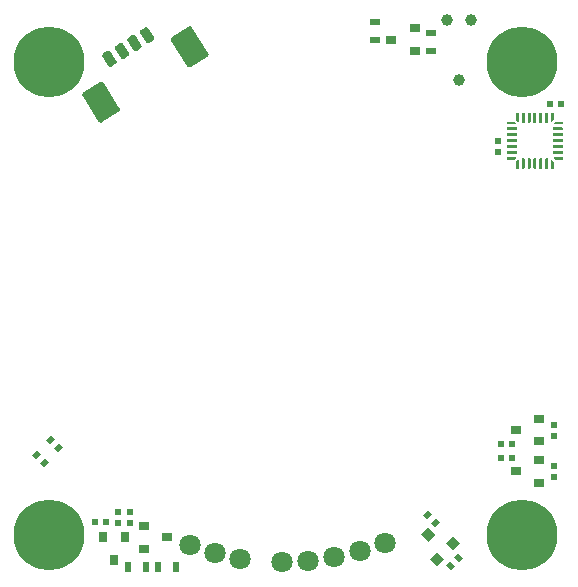
<source format=gbs>
G04 #@! TF.GenerationSoftware,KiCad,Pcbnew,5.1.5+dfsg1-2build2*
G04 #@! TF.CreationDate,2021-05-18T14:50:11+02:00*
G04 #@! TF.ProjectId,lensmount-v1.0,6c656e73-6d6f-4756-9e74-2d76312e302e,rev?*
G04 #@! TF.SameCoordinates,Original*
G04 #@! TF.FileFunction,Soldermask,Bot*
G04 #@! TF.FilePolarity,Negative*
%FSLAX46Y46*%
G04 Gerber Fmt 4.6, Leading zero omitted, Abs format (unit mm)*
G04 Created by KiCad (PCBNEW 5.1.5+dfsg1-2build2) date 2021-05-18 14:50:11*
%MOMM*%
%LPD*%
G04 APERTURE LIST*
%ADD10C,0.100000*%
%ADD11C,0.800000*%
%ADD12C,6.000000*%
%ADD13R,0.500000X0.600000*%
%ADD14R,0.600000X0.500000*%
%ADD15R,0.800000X0.900000*%
%ADD16R,0.900000X0.800000*%
%ADD17C,0.985520*%
%ADD18C,0.988060*%
%ADD19R,0.600000X0.900000*%
%ADD20R,0.900000X0.600000*%
%ADD21C,1.800000*%
G04 APERTURE END LIST*
D10*
G36*
X122536221Y-85004135D02*
G01*
X122527779Y-85001575D01*
X122519999Y-84997416D01*
X122513180Y-84991820D01*
X122507584Y-84985001D01*
X122503425Y-84977221D01*
X122500865Y-84968779D01*
X122500000Y-84960000D01*
X122500000Y-84295000D01*
X122500865Y-84286221D01*
X122503425Y-84277779D01*
X122507584Y-84269999D01*
X122513180Y-84263180D01*
X122519999Y-84257584D01*
X122527779Y-84253425D01*
X122536221Y-84250865D01*
X122545000Y-84250000D01*
X122705000Y-84250000D01*
X122713779Y-84250865D01*
X122722221Y-84253425D01*
X122730001Y-84257584D01*
X122736820Y-84263180D01*
X122742416Y-84269999D01*
X122746575Y-84277779D01*
X122749135Y-84286221D01*
X122750000Y-84295000D01*
X122750000Y-84826360D01*
X122749135Y-84835139D01*
X122746575Y-84843581D01*
X122742416Y-84851361D01*
X122736820Y-84858180D01*
X122603180Y-84991820D01*
X122596361Y-84997416D01*
X122588581Y-85001575D01*
X122580139Y-85004135D01*
X122571360Y-85005000D01*
X122545000Y-85005000D01*
X122536221Y-85004135D01*
G37*
G36*
X122193626Y-84250301D02*
G01*
X122199693Y-84251201D01*
X122205643Y-84252691D01*
X122211418Y-84254758D01*
X122216962Y-84257380D01*
X122222223Y-84260533D01*
X122227150Y-84264187D01*
X122231694Y-84268306D01*
X122235813Y-84272850D01*
X122239467Y-84277777D01*
X122242620Y-84283038D01*
X122245242Y-84288582D01*
X122247309Y-84294357D01*
X122248799Y-84300307D01*
X122249699Y-84306374D01*
X122250000Y-84312500D01*
X122250000Y-85062500D01*
X122249699Y-85068626D01*
X122248799Y-85074693D01*
X122247309Y-85080643D01*
X122245242Y-85086418D01*
X122242620Y-85091962D01*
X122239467Y-85097223D01*
X122235813Y-85102150D01*
X122231694Y-85106694D01*
X122227150Y-85110813D01*
X122222223Y-85114467D01*
X122216962Y-85117620D01*
X122211418Y-85120242D01*
X122205643Y-85122309D01*
X122199693Y-85123799D01*
X122193626Y-85124699D01*
X122187500Y-85125000D01*
X122062500Y-85125000D01*
X122056374Y-85124699D01*
X122050307Y-85123799D01*
X122044357Y-85122309D01*
X122038582Y-85120242D01*
X122033038Y-85117620D01*
X122027777Y-85114467D01*
X122022850Y-85110813D01*
X122018306Y-85106694D01*
X122014187Y-85102150D01*
X122010533Y-85097223D01*
X122007380Y-85091962D01*
X122004758Y-85086418D01*
X122002691Y-85080643D01*
X122001201Y-85074693D01*
X122000301Y-85068626D01*
X122000000Y-85062500D01*
X122000000Y-84312500D01*
X122000301Y-84306374D01*
X122001201Y-84300307D01*
X122002691Y-84294357D01*
X122004758Y-84288582D01*
X122007380Y-84283038D01*
X122010533Y-84277777D01*
X122014187Y-84272850D01*
X122018306Y-84268306D01*
X122022850Y-84264187D01*
X122027777Y-84260533D01*
X122033038Y-84257380D01*
X122038582Y-84254758D01*
X122044357Y-84252691D01*
X122050307Y-84251201D01*
X122056374Y-84250301D01*
X122062500Y-84250000D01*
X122187500Y-84250000D01*
X122193626Y-84250301D01*
G37*
G36*
X121693626Y-84250301D02*
G01*
X121699693Y-84251201D01*
X121705643Y-84252691D01*
X121711418Y-84254758D01*
X121716962Y-84257380D01*
X121722223Y-84260533D01*
X121727150Y-84264187D01*
X121731694Y-84268306D01*
X121735813Y-84272850D01*
X121739467Y-84277777D01*
X121742620Y-84283038D01*
X121745242Y-84288582D01*
X121747309Y-84294357D01*
X121748799Y-84300307D01*
X121749699Y-84306374D01*
X121750000Y-84312500D01*
X121750000Y-85062500D01*
X121749699Y-85068626D01*
X121748799Y-85074693D01*
X121747309Y-85080643D01*
X121745242Y-85086418D01*
X121742620Y-85091962D01*
X121739467Y-85097223D01*
X121735813Y-85102150D01*
X121731694Y-85106694D01*
X121727150Y-85110813D01*
X121722223Y-85114467D01*
X121716962Y-85117620D01*
X121711418Y-85120242D01*
X121705643Y-85122309D01*
X121699693Y-85123799D01*
X121693626Y-85124699D01*
X121687500Y-85125000D01*
X121562500Y-85125000D01*
X121556374Y-85124699D01*
X121550307Y-85123799D01*
X121544357Y-85122309D01*
X121538582Y-85120242D01*
X121533038Y-85117620D01*
X121527777Y-85114467D01*
X121522850Y-85110813D01*
X121518306Y-85106694D01*
X121514187Y-85102150D01*
X121510533Y-85097223D01*
X121507380Y-85091962D01*
X121504758Y-85086418D01*
X121502691Y-85080643D01*
X121501201Y-85074693D01*
X121500301Y-85068626D01*
X121500000Y-85062500D01*
X121500000Y-84312500D01*
X121500301Y-84306374D01*
X121501201Y-84300307D01*
X121502691Y-84294357D01*
X121504758Y-84288582D01*
X121507380Y-84283038D01*
X121510533Y-84277777D01*
X121514187Y-84272850D01*
X121518306Y-84268306D01*
X121522850Y-84264187D01*
X121527777Y-84260533D01*
X121533038Y-84257380D01*
X121538582Y-84254758D01*
X121544357Y-84252691D01*
X121550307Y-84251201D01*
X121556374Y-84250301D01*
X121562500Y-84250000D01*
X121687500Y-84250000D01*
X121693626Y-84250301D01*
G37*
G36*
X121193626Y-84250301D02*
G01*
X121199693Y-84251201D01*
X121205643Y-84252691D01*
X121211418Y-84254758D01*
X121216962Y-84257380D01*
X121222223Y-84260533D01*
X121227150Y-84264187D01*
X121231694Y-84268306D01*
X121235813Y-84272850D01*
X121239467Y-84277777D01*
X121242620Y-84283038D01*
X121245242Y-84288582D01*
X121247309Y-84294357D01*
X121248799Y-84300307D01*
X121249699Y-84306374D01*
X121250000Y-84312500D01*
X121250000Y-85062500D01*
X121249699Y-85068626D01*
X121248799Y-85074693D01*
X121247309Y-85080643D01*
X121245242Y-85086418D01*
X121242620Y-85091962D01*
X121239467Y-85097223D01*
X121235813Y-85102150D01*
X121231694Y-85106694D01*
X121227150Y-85110813D01*
X121222223Y-85114467D01*
X121216962Y-85117620D01*
X121211418Y-85120242D01*
X121205643Y-85122309D01*
X121199693Y-85123799D01*
X121193626Y-85124699D01*
X121187500Y-85125000D01*
X121062500Y-85125000D01*
X121056374Y-85124699D01*
X121050307Y-85123799D01*
X121044357Y-85122309D01*
X121038582Y-85120242D01*
X121033038Y-85117620D01*
X121027777Y-85114467D01*
X121022850Y-85110813D01*
X121018306Y-85106694D01*
X121014187Y-85102150D01*
X121010533Y-85097223D01*
X121007380Y-85091962D01*
X121004758Y-85086418D01*
X121002691Y-85080643D01*
X121001201Y-85074693D01*
X121000301Y-85068626D01*
X121000000Y-85062500D01*
X121000000Y-84312500D01*
X121000301Y-84306374D01*
X121001201Y-84300307D01*
X121002691Y-84294357D01*
X121004758Y-84288582D01*
X121007380Y-84283038D01*
X121010533Y-84277777D01*
X121014187Y-84272850D01*
X121018306Y-84268306D01*
X121022850Y-84264187D01*
X121027777Y-84260533D01*
X121033038Y-84257380D01*
X121038582Y-84254758D01*
X121044357Y-84252691D01*
X121050307Y-84251201D01*
X121056374Y-84250301D01*
X121062500Y-84250000D01*
X121187500Y-84250000D01*
X121193626Y-84250301D01*
G37*
G36*
X120693626Y-84250301D02*
G01*
X120699693Y-84251201D01*
X120705643Y-84252691D01*
X120711418Y-84254758D01*
X120716962Y-84257380D01*
X120722223Y-84260533D01*
X120727150Y-84264187D01*
X120731694Y-84268306D01*
X120735813Y-84272850D01*
X120739467Y-84277777D01*
X120742620Y-84283038D01*
X120745242Y-84288582D01*
X120747309Y-84294357D01*
X120748799Y-84300307D01*
X120749699Y-84306374D01*
X120750000Y-84312500D01*
X120750000Y-85062500D01*
X120749699Y-85068626D01*
X120748799Y-85074693D01*
X120747309Y-85080643D01*
X120745242Y-85086418D01*
X120742620Y-85091962D01*
X120739467Y-85097223D01*
X120735813Y-85102150D01*
X120731694Y-85106694D01*
X120727150Y-85110813D01*
X120722223Y-85114467D01*
X120716962Y-85117620D01*
X120711418Y-85120242D01*
X120705643Y-85122309D01*
X120699693Y-85123799D01*
X120693626Y-85124699D01*
X120687500Y-85125000D01*
X120562500Y-85125000D01*
X120556374Y-85124699D01*
X120550307Y-85123799D01*
X120544357Y-85122309D01*
X120538582Y-85120242D01*
X120533038Y-85117620D01*
X120527777Y-85114467D01*
X120522850Y-85110813D01*
X120518306Y-85106694D01*
X120514187Y-85102150D01*
X120510533Y-85097223D01*
X120507380Y-85091962D01*
X120504758Y-85086418D01*
X120502691Y-85080643D01*
X120501201Y-85074693D01*
X120500301Y-85068626D01*
X120500000Y-85062500D01*
X120500000Y-84312500D01*
X120500301Y-84306374D01*
X120501201Y-84300307D01*
X120502691Y-84294357D01*
X120504758Y-84288582D01*
X120507380Y-84283038D01*
X120510533Y-84277777D01*
X120514187Y-84272850D01*
X120518306Y-84268306D01*
X120522850Y-84264187D01*
X120527777Y-84260533D01*
X120533038Y-84257380D01*
X120538582Y-84254758D01*
X120544357Y-84252691D01*
X120550307Y-84251201D01*
X120556374Y-84250301D01*
X120562500Y-84250000D01*
X120687500Y-84250000D01*
X120693626Y-84250301D01*
G37*
G36*
X120193626Y-84250301D02*
G01*
X120199693Y-84251201D01*
X120205643Y-84252691D01*
X120211418Y-84254758D01*
X120216962Y-84257380D01*
X120222223Y-84260533D01*
X120227150Y-84264187D01*
X120231694Y-84268306D01*
X120235813Y-84272850D01*
X120239467Y-84277777D01*
X120242620Y-84283038D01*
X120245242Y-84288582D01*
X120247309Y-84294357D01*
X120248799Y-84300307D01*
X120249699Y-84306374D01*
X120250000Y-84312500D01*
X120250000Y-85062500D01*
X120249699Y-85068626D01*
X120248799Y-85074693D01*
X120247309Y-85080643D01*
X120245242Y-85086418D01*
X120242620Y-85091962D01*
X120239467Y-85097223D01*
X120235813Y-85102150D01*
X120231694Y-85106694D01*
X120227150Y-85110813D01*
X120222223Y-85114467D01*
X120216962Y-85117620D01*
X120211418Y-85120242D01*
X120205643Y-85122309D01*
X120199693Y-85123799D01*
X120193626Y-85124699D01*
X120187500Y-85125000D01*
X120062500Y-85125000D01*
X120056374Y-85124699D01*
X120050307Y-85123799D01*
X120044357Y-85122309D01*
X120038582Y-85120242D01*
X120033038Y-85117620D01*
X120027777Y-85114467D01*
X120022850Y-85110813D01*
X120018306Y-85106694D01*
X120014187Y-85102150D01*
X120010533Y-85097223D01*
X120007380Y-85091962D01*
X120004758Y-85086418D01*
X120002691Y-85080643D01*
X120001201Y-85074693D01*
X120000301Y-85068626D01*
X120000000Y-85062500D01*
X120000000Y-84312500D01*
X120000301Y-84306374D01*
X120001201Y-84300307D01*
X120002691Y-84294357D01*
X120004758Y-84288582D01*
X120007380Y-84283038D01*
X120010533Y-84277777D01*
X120014187Y-84272850D01*
X120018306Y-84268306D01*
X120022850Y-84264187D01*
X120027777Y-84260533D01*
X120033038Y-84257380D01*
X120038582Y-84254758D01*
X120044357Y-84252691D01*
X120050307Y-84251201D01*
X120056374Y-84250301D01*
X120062500Y-84250000D01*
X120187500Y-84250000D01*
X120193626Y-84250301D01*
G37*
G36*
X119669861Y-85004135D02*
G01*
X119661419Y-85001575D01*
X119653639Y-84997416D01*
X119646820Y-84991820D01*
X119513180Y-84858180D01*
X119507584Y-84851361D01*
X119503425Y-84843581D01*
X119500865Y-84835139D01*
X119500000Y-84826360D01*
X119500000Y-84295000D01*
X119500865Y-84286221D01*
X119503425Y-84277779D01*
X119507584Y-84269999D01*
X119513180Y-84263180D01*
X119519999Y-84257584D01*
X119527779Y-84253425D01*
X119536221Y-84250865D01*
X119545000Y-84250000D01*
X119705000Y-84250000D01*
X119713779Y-84250865D01*
X119722221Y-84253425D01*
X119730001Y-84257584D01*
X119736820Y-84263180D01*
X119742416Y-84269999D01*
X119746575Y-84277779D01*
X119749135Y-84286221D01*
X119750000Y-84295000D01*
X119750000Y-84960000D01*
X119749135Y-84968779D01*
X119746575Y-84977221D01*
X119742416Y-84985001D01*
X119736820Y-84991820D01*
X119730001Y-84997416D01*
X119722221Y-85001575D01*
X119713779Y-85004135D01*
X119705000Y-85005000D01*
X119678640Y-85005000D01*
X119669861Y-85004135D01*
G37*
G36*
X118786221Y-85249135D02*
G01*
X118777779Y-85246575D01*
X118769999Y-85242416D01*
X118763180Y-85236820D01*
X118757584Y-85230001D01*
X118753425Y-85222221D01*
X118750865Y-85213779D01*
X118750000Y-85205000D01*
X118750000Y-85045000D01*
X118750865Y-85036221D01*
X118753425Y-85027779D01*
X118757584Y-85019999D01*
X118763180Y-85013180D01*
X118769999Y-85007584D01*
X118777779Y-85003425D01*
X118786221Y-85000865D01*
X118795000Y-85000000D01*
X119326360Y-85000000D01*
X119335139Y-85000865D01*
X119343581Y-85003425D01*
X119351361Y-85007584D01*
X119358180Y-85013180D01*
X119491820Y-85146820D01*
X119497416Y-85153639D01*
X119501575Y-85161419D01*
X119504135Y-85169861D01*
X119505000Y-85178640D01*
X119505000Y-85205000D01*
X119504135Y-85213779D01*
X119501575Y-85222221D01*
X119497416Y-85230001D01*
X119491820Y-85236820D01*
X119485001Y-85242416D01*
X119477221Y-85246575D01*
X119468779Y-85249135D01*
X119460000Y-85250000D01*
X118795000Y-85250000D01*
X118786221Y-85249135D01*
G37*
G36*
X119568626Y-85500301D02*
G01*
X119574693Y-85501201D01*
X119580643Y-85502691D01*
X119586418Y-85504758D01*
X119591962Y-85507380D01*
X119597223Y-85510533D01*
X119602150Y-85514187D01*
X119606694Y-85518306D01*
X119610813Y-85522850D01*
X119614467Y-85527777D01*
X119617620Y-85533038D01*
X119620242Y-85538582D01*
X119622309Y-85544357D01*
X119623799Y-85550307D01*
X119624699Y-85556374D01*
X119625000Y-85562500D01*
X119625000Y-85687500D01*
X119624699Y-85693626D01*
X119623799Y-85699693D01*
X119622309Y-85705643D01*
X119620242Y-85711418D01*
X119617620Y-85716962D01*
X119614467Y-85722223D01*
X119610813Y-85727150D01*
X119606694Y-85731694D01*
X119602150Y-85735813D01*
X119597223Y-85739467D01*
X119591962Y-85742620D01*
X119586418Y-85745242D01*
X119580643Y-85747309D01*
X119574693Y-85748799D01*
X119568626Y-85749699D01*
X119562500Y-85750000D01*
X118812500Y-85750000D01*
X118806374Y-85749699D01*
X118800307Y-85748799D01*
X118794357Y-85747309D01*
X118788582Y-85745242D01*
X118783038Y-85742620D01*
X118777777Y-85739467D01*
X118772850Y-85735813D01*
X118768306Y-85731694D01*
X118764187Y-85727150D01*
X118760533Y-85722223D01*
X118757380Y-85716962D01*
X118754758Y-85711418D01*
X118752691Y-85705643D01*
X118751201Y-85699693D01*
X118750301Y-85693626D01*
X118750000Y-85687500D01*
X118750000Y-85562500D01*
X118750301Y-85556374D01*
X118751201Y-85550307D01*
X118752691Y-85544357D01*
X118754758Y-85538582D01*
X118757380Y-85533038D01*
X118760533Y-85527777D01*
X118764187Y-85522850D01*
X118768306Y-85518306D01*
X118772850Y-85514187D01*
X118777777Y-85510533D01*
X118783038Y-85507380D01*
X118788582Y-85504758D01*
X118794357Y-85502691D01*
X118800307Y-85501201D01*
X118806374Y-85500301D01*
X118812500Y-85500000D01*
X119562500Y-85500000D01*
X119568626Y-85500301D01*
G37*
G36*
X119568626Y-86000301D02*
G01*
X119574693Y-86001201D01*
X119580643Y-86002691D01*
X119586418Y-86004758D01*
X119591962Y-86007380D01*
X119597223Y-86010533D01*
X119602150Y-86014187D01*
X119606694Y-86018306D01*
X119610813Y-86022850D01*
X119614467Y-86027777D01*
X119617620Y-86033038D01*
X119620242Y-86038582D01*
X119622309Y-86044357D01*
X119623799Y-86050307D01*
X119624699Y-86056374D01*
X119625000Y-86062500D01*
X119625000Y-86187500D01*
X119624699Y-86193626D01*
X119623799Y-86199693D01*
X119622309Y-86205643D01*
X119620242Y-86211418D01*
X119617620Y-86216962D01*
X119614467Y-86222223D01*
X119610813Y-86227150D01*
X119606694Y-86231694D01*
X119602150Y-86235813D01*
X119597223Y-86239467D01*
X119591962Y-86242620D01*
X119586418Y-86245242D01*
X119580643Y-86247309D01*
X119574693Y-86248799D01*
X119568626Y-86249699D01*
X119562500Y-86250000D01*
X118812500Y-86250000D01*
X118806374Y-86249699D01*
X118800307Y-86248799D01*
X118794357Y-86247309D01*
X118788582Y-86245242D01*
X118783038Y-86242620D01*
X118777777Y-86239467D01*
X118772850Y-86235813D01*
X118768306Y-86231694D01*
X118764187Y-86227150D01*
X118760533Y-86222223D01*
X118757380Y-86216962D01*
X118754758Y-86211418D01*
X118752691Y-86205643D01*
X118751201Y-86199693D01*
X118750301Y-86193626D01*
X118750000Y-86187500D01*
X118750000Y-86062500D01*
X118750301Y-86056374D01*
X118751201Y-86050307D01*
X118752691Y-86044357D01*
X118754758Y-86038582D01*
X118757380Y-86033038D01*
X118760533Y-86027777D01*
X118764187Y-86022850D01*
X118768306Y-86018306D01*
X118772850Y-86014187D01*
X118777777Y-86010533D01*
X118783038Y-86007380D01*
X118788582Y-86004758D01*
X118794357Y-86002691D01*
X118800307Y-86001201D01*
X118806374Y-86000301D01*
X118812500Y-86000000D01*
X119562500Y-86000000D01*
X119568626Y-86000301D01*
G37*
G36*
X119568626Y-86500301D02*
G01*
X119574693Y-86501201D01*
X119580643Y-86502691D01*
X119586418Y-86504758D01*
X119591962Y-86507380D01*
X119597223Y-86510533D01*
X119602150Y-86514187D01*
X119606694Y-86518306D01*
X119610813Y-86522850D01*
X119614467Y-86527777D01*
X119617620Y-86533038D01*
X119620242Y-86538582D01*
X119622309Y-86544357D01*
X119623799Y-86550307D01*
X119624699Y-86556374D01*
X119625000Y-86562500D01*
X119625000Y-86687500D01*
X119624699Y-86693626D01*
X119623799Y-86699693D01*
X119622309Y-86705643D01*
X119620242Y-86711418D01*
X119617620Y-86716962D01*
X119614467Y-86722223D01*
X119610813Y-86727150D01*
X119606694Y-86731694D01*
X119602150Y-86735813D01*
X119597223Y-86739467D01*
X119591962Y-86742620D01*
X119586418Y-86745242D01*
X119580643Y-86747309D01*
X119574693Y-86748799D01*
X119568626Y-86749699D01*
X119562500Y-86750000D01*
X118812500Y-86750000D01*
X118806374Y-86749699D01*
X118800307Y-86748799D01*
X118794357Y-86747309D01*
X118788582Y-86745242D01*
X118783038Y-86742620D01*
X118777777Y-86739467D01*
X118772850Y-86735813D01*
X118768306Y-86731694D01*
X118764187Y-86727150D01*
X118760533Y-86722223D01*
X118757380Y-86716962D01*
X118754758Y-86711418D01*
X118752691Y-86705643D01*
X118751201Y-86699693D01*
X118750301Y-86693626D01*
X118750000Y-86687500D01*
X118750000Y-86562500D01*
X118750301Y-86556374D01*
X118751201Y-86550307D01*
X118752691Y-86544357D01*
X118754758Y-86538582D01*
X118757380Y-86533038D01*
X118760533Y-86527777D01*
X118764187Y-86522850D01*
X118768306Y-86518306D01*
X118772850Y-86514187D01*
X118777777Y-86510533D01*
X118783038Y-86507380D01*
X118788582Y-86504758D01*
X118794357Y-86502691D01*
X118800307Y-86501201D01*
X118806374Y-86500301D01*
X118812500Y-86500000D01*
X119562500Y-86500000D01*
X119568626Y-86500301D01*
G37*
G36*
X119568626Y-87000301D02*
G01*
X119574693Y-87001201D01*
X119580643Y-87002691D01*
X119586418Y-87004758D01*
X119591962Y-87007380D01*
X119597223Y-87010533D01*
X119602150Y-87014187D01*
X119606694Y-87018306D01*
X119610813Y-87022850D01*
X119614467Y-87027777D01*
X119617620Y-87033038D01*
X119620242Y-87038582D01*
X119622309Y-87044357D01*
X119623799Y-87050307D01*
X119624699Y-87056374D01*
X119625000Y-87062500D01*
X119625000Y-87187500D01*
X119624699Y-87193626D01*
X119623799Y-87199693D01*
X119622309Y-87205643D01*
X119620242Y-87211418D01*
X119617620Y-87216962D01*
X119614467Y-87222223D01*
X119610813Y-87227150D01*
X119606694Y-87231694D01*
X119602150Y-87235813D01*
X119597223Y-87239467D01*
X119591962Y-87242620D01*
X119586418Y-87245242D01*
X119580643Y-87247309D01*
X119574693Y-87248799D01*
X119568626Y-87249699D01*
X119562500Y-87250000D01*
X118812500Y-87250000D01*
X118806374Y-87249699D01*
X118800307Y-87248799D01*
X118794357Y-87247309D01*
X118788582Y-87245242D01*
X118783038Y-87242620D01*
X118777777Y-87239467D01*
X118772850Y-87235813D01*
X118768306Y-87231694D01*
X118764187Y-87227150D01*
X118760533Y-87222223D01*
X118757380Y-87216962D01*
X118754758Y-87211418D01*
X118752691Y-87205643D01*
X118751201Y-87199693D01*
X118750301Y-87193626D01*
X118750000Y-87187500D01*
X118750000Y-87062500D01*
X118750301Y-87056374D01*
X118751201Y-87050307D01*
X118752691Y-87044357D01*
X118754758Y-87038582D01*
X118757380Y-87033038D01*
X118760533Y-87027777D01*
X118764187Y-87022850D01*
X118768306Y-87018306D01*
X118772850Y-87014187D01*
X118777777Y-87010533D01*
X118783038Y-87007380D01*
X118788582Y-87004758D01*
X118794357Y-87002691D01*
X118800307Y-87001201D01*
X118806374Y-87000301D01*
X118812500Y-87000000D01*
X119562500Y-87000000D01*
X119568626Y-87000301D01*
G37*
G36*
X119568626Y-87500301D02*
G01*
X119574693Y-87501201D01*
X119580643Y-87502691D01*
X119586418Y-87504758D01*
X119591962Y-87507380D01*
X119597223Y-87510533D01*
X119602150Y-87514187D01*
X119606694Y-87518306D01*
X119610813Y-87522850D01*
X119614467Y-87527777D01*
X119617620Y-87533038D01*
X119620242Y-87538582D01*
X119622309Y-87544357D01*
X119623799Y-87550307D01*
X119624699Y-87556374D01*
X119625000Y-87562500D01*
X119625000Y-87687500D01*
X119624699Y-87693626D01*
X119623799Y-87699693D01*
X119622309Y-87705643D01*
X119620242Y-87711418D01*
X119617620Y-87716962D01*
X119614467Y-87722223D01*
X119610813Y-87727150D01*
X119606694Y-87731694D01*
X119602150Y-87735813D01*
X119597223Y-87739467D01*
X119591962Y-87742620D01*
X119586418Y-87745242D01*
X119580643Y-87747309D01*
X119574693Y-87748799D01*
X119568626Y-87749699D01*
X119562500Y-87750000D01*
X118812500Y-87750000D01*
X118806374Y-87749699D01*
X118800307Y-87748799D01*
X118794357Y-87747309D01*
X118788582Y-87745242D01*
X118783038Y-87742620D01*
X118777777Y-87739467D01*
X118772850Y-87735813D01*
X118768306Y-87731694D01*
X118764187Y-87727150D01*
X118760533Y-87722223D01*
X118757380Y-87716962D01*
X118754758Y-87711418D01*
X118752691Y-87705643D01*
X118751201Y-87699693D01*
X118750301Y-87693626D01*
X118750000Y-87687500D01*
X118750000Y-87562500D01*
X118750301Y-87556374D01*
X118751201Y-87550307D01*
X118752691Y-87544357D01*
X118754758Y-87538582D01*
X118757380Y-87533038D01*
X118760533Y-87527777D01*
X118764187Y-87522850D01*
X118768306Y-87518306D01*
X118772850Y-87514187D01*
X118777777Y-87510533D01*
X118783038Y-87507380D01*
X118788582Y-87504758D01*
X118794357Y-87502691D01*
X118800307Y-87501201D01*
X118806374Y-87500301D01*
X118812500Y-87500000D01*
X119562500Y-87500000D01*
X119568626Y-87500301D01*
G37*
G36*
X118786221Y-88249135D02*
G01*
X118777779Y-88246575D01*
X118769999Y-88242416D01*
X118763180Y-88236820D01*
X118757584Y-88230001D01*
X118753425Y-88222221D01*
X118750865Y-88213779D01*
X118750000Y-88205000D01*
X118750000Y-88045000D01*
X118750865Y-88036221D01*
X118753425Y-88027779D01*
X118757584Y-88019999D01*
X118763180Y-88013180D01*
X118769999Y-88007584D01*
X118777779Y-88003425D01*
X118786221Y-88000865D01*
X118795000Y-88000000D01*
X119460000Y-88000000D01*
X119468779Y-88000865D01*
X119477221Y-88003425D01*
X119485001Y-88007584D01*
X119491820Y-88013180D01*
X119497416Y-88019999D01*
X119501575Y-88027779D01*
X119504135Y-88036221D01*
X119505000Y-88045000D01*
X119505000Y-88071360D01*
X119504135Y-88080139D01*
X119501575Y-88088581D01*
X119497416Y-88096361D01*
X119491820Y-88103180D01*
X119358180Y-88236820D01*
X119351361Y-88242416D01*
X119343581Y-88246575D01*
X119335139Y-88249135D01*
X119326360Y-88250000D01*
X118795000Y-88250000D01*
X118786221Y-88249135D01*
G37*
G36*
X119536221Y-88999135D02*
G01*
X119527779Y-88996575D01*
X119519999Y-88992416D01*
X119513180Y-88986820D01*
X119507584Y-88980001D01*
X119503425Y-88972221D01*
X119500865Y-88963779D01*
X119500000Y-88955000D01*
X119500000Y-88423640D01*
X119500865Y-88414861D01*
X119503425Y-88406419D01*
X119507584Y-88398639D01*
X119513180Y-88391820D01*
X119646820Y-88258180D01*
X119653639Y-88252584D01*
X119661419Y-88248425D01*
X119669861Y-88245865D01*
X119678640Y-88245000D01*
X119705000Y-88245000D01*
X119713779Y-88245865D01*
X119722221Y-88248425D01*
X119730001Y-88252584D01*
X119736820Y-88258180D01*
X119742416Y-88264999D01*
X119746575Y-88272779D01*
X119749135Y-88281221D01*
X119750000Y-88290000D01*
X119750000Y-88955000D01*
X119749135Y-88963779D01*
X119746575Y-88972221D01*
X119742416Y-88980001D01*
X119736820Y-88986820D01*
X119730001Y-88992416D01*
X119722221Y-88996575D01*
X119713779Y-88999135D01*
X119705000Y-89000000D01*
X119545000Y-89000000D01*
X119536221Y-88999135D01*
G37*
G36*
X120193626Y-88125301D02*
G01*
X120199693Y-88126201D01*
X120205643Y-88127691D01*
X120211418Y-88129758D01*
X120216962Y-88132380D01*
X120222223Y-88135533D01*
X120227150Y-88139187D01*
X120231694Y-88143306D01*
X120235813Y-88147850D01*
X120239467Y-88152777D01*
X120242620Y-88158038D01*
X120245242Y-88163582D01*
X120247309Y-88169357D01*
X120248799Y-88175307D01*
X120249699Y-88181374D01*
X120250000Y-88187500D01*
X120250000Y-88937500D01*
X120249699Y-88943626D01*
X120248799Y-88949693D01*
X120247309Y-88955643D01*
X120245242Y-88961418D01*
X120242620Y-88966962D01*
X120239467Y-88972223D01*
X120235813Y-88977150D01*
X120231694Y-88981694D01*
X120227150Y-88985813D01*
X120222223Y-88989467D01*
X120216962Y-88992620D01*
X120211418Y-88995242D01*
X120205643Y-88997309D01*
X120199693Y-88998799D01*
X120193626Y-88999699D01*
X120187500Y-89000000D01*
X120062500Y-89000000D01*
X120056374Y-88999699D01*
X120050307Y-88998799D01*
X120044357Y-88997309D01*
X120038582Y-88995242D01*
X120033038Y-88992620D01*
X120027777Y-88989467D01*
X120022850Y-88985813D01*
X120018306Y-88981694D01*
X120014187Y-88977150D01*
X120010533Y-88972223D01*
X120007380Y-88966962D01*
X120004758Y-88961418D01*
X120002691Y-88955643D01*
X120001201Y-88949693D01*
X120000301Y-88943626D01*
X120000000Y-88937500D01*
X120000000Y-88187500D01*
X120000301Y-88181374D01*
X120001201Y-88175307D01*
X120002691Y-88169357D01*
X120004758Y-88163582D01*
X120007380Y-88158038D01*
X120010533Y-88152777D01*
X120014187Y-88147850D01*
X120018306Y-88143306D01*
X120022850Y-88139187D01*
X120027777Y-88135533D01*
X120033038Y-88132380D01*
X120038582Y-88129758D01*
X120044357Y-88127691D01*
X120050307Y-88126201D01*
X120056374Y-88125301D01*
X120062500Y-88125000D01*
X120187500Y-88125000D01*
X120193626Y-88125301D01*
G37*
G36*
X120693626Y-88125301D02*
G01*
X120699693Y-88126201D01*
X120705643Y-88127691D01*
X120711418Y-88129758D01*
X120716962Y-88132380D01*
X120722223Y-88135533D01*
X120727150Y-88139187D01*
X120731694Y-88143306D01*
X120735813Y-88147850D01*
X120739467Y-88152777D01*
X120742620Y-88158038D01*
X120745242Y-88163582D01*
X120747309Y-88169357D01*
X120748799Y-88175307D01*
X120749699Y-88181374D01*
X120750000Y-88187500D01*
X120750000Y-88937500D01*
X120749699Y-88943626D01*
X120748799Y-88949693D01*
X120747309Y-88955643D01*
X120745242Y-88961418D01*
X120742620Y-88966962D01*
X120739467Y-88972223D01*
X120735813Y-88977150D01*
X120731694Y-88981694D01*
X120727150Y-88985813D01*
X120722223Y-88989467D01*
X120716962Y-88992620D01*
X120711418Y-88995242D01*
X120705643Y-88997309D01*
X120699693Y-88998799D01*
X120693626Y-88999699D01*
X120687500Y-89000000D01*
X120562500Y-89000000D01*
X120556374Y-88999699D01*
X120550307Y-88998799D01*
X120544357Y-88997309D01*
X120538582Y-88995242D01*
X120533038Y-88992620D01*
X120527777Y-88989467D01*
X120522850Y-88985813D01*
X120518306Y-88981694D01*
X120514187Y-88977150D01*
X120510533Y-88972223D01*
X120507380Y-88966962D01*
X120504758Y-88961418D01*
X120502691Y-88955643D01*
X120501201Y-88949693D01*
X120500301Y-88943626D01*
X120500000Y-88937500D01*
X120500000Y-88187500D01*
X120500301Y-88181374D01*
X120501201Y-88175307D01*
X120502691Y-88169357D01*
X120504758Y-88163582D01*
X120507380Y-88158038D01*
X120510533Y-88152777D01*
X120514187Y-88147850D01*
X120518306Y-88143306D01*
X120522850Y-88139187D01*
X120527777Y-88135533D01*
X120533038Y-88132380D01*
X120538582Y-88129758D01*
X120544357Y-88127691D01*
X120550307Y-88126201D01*
X120556374Y-88125301D01*
X120562500Y-88125000D01*
X120687500Y-88125000D01*
X120693626Y-88125301D01*
G37*
G36*
X121193626Y-88125301D02*
G01*
X121199693Y-88126201D01*
X121205643Y-88127691D01*
X121211418Y-88129758D01*
X121216962Y-88132380D01*
X121222223Y-88135533D01*
X121227150Y-88139187D01*
X121231694Y-88143306D01*
X121235813Y-88147850D01*
X121239467Y-88152777D01*
X121242620Y-88158038D01*
X121245242Y-88163582D01*
X121247309Y-88169357D01*
X121248799Y-88175307D01*
X121249699Y-88181374D01*
X121250000Y-88187500D01*
X121250000Y-88937500D01*
X121249699Y-88943626D01*
X121248799Y-88949693D01*
X121247309Y-88955643D01*
X121245242Y-88961418D01*
X121242620Y-88966962D01*
X121239467Y-88972223D01*
X121235813Y-88977150D01*
X121231694Y-88981694D01*
X121227150Y-88985813D01*
X121222223Y-88989467D01*
X121216962Y-88992620D01*
X121211418Y-88995242D01*
X121205643Y-88997309D01*
X121199693Y-88998799D01*
X121193626Y-88999699D01*
X121187500Y-89000000D01*
X121062500Y-89000000D01*
X121056374Y-88999699D01*
X121050307Y-88998799D01*
X121044357Y-88997309D01*
X121038582Y-88995242D01*
X121033038Y-88992620D01*
X121027777Y-88989467D01*
X121022850Y-88985813D01*
X121018306Y-88981694D01*
X121014187Y-88977150D01*
X121010533Y-88972223D01*
X121007380Y-88966962D01*
X121004758Y-88961418D01*
X121002691Y-88955643D01*
X121001201Y-88949693D01*
X121000301Y-88943626D01*
X121000000Y-88937500D01*
X121000000Y-88187500D01*
X121000301Y-88181374D01*
X121001201Y-88175307D01*
X121002691Y-88169357D01*
X121004758Y-88163582D01*
X121007380Y-88158038D01*
X121010533Y-88152777D01*
X121014187Y-88147850D01*
X121018306Y-88143306D01*
X121022850Y-88139187D01*
X121027777Y-88135533D01*
X121033038Y-88132380D01*
X121038582Y-88129758D01*
X121044357Y-88127691D01*
X121050307Y-88126201D01*
X121056374Y-88125301D01*
X121062500Y-88125000D01*
X121187500Y-88125000D01*
X121193626Y-88125301D01*
G37*
G36*
X121693626Y-88125301D02*
G01*
X121699693Y-88126201D01*
X121705643Y-88127691D01*
X121711418Y-88129758D01*
X121716962Y-88132380D01*
X121722223Y-88135533D01*
X121727150Y-88139187D01*
X121731694Y-88143306D01*
X121735813Y-88147850D01*
X121739467Y-88152777D01*
X121742620Y-88158038D01*
X121745242Y-88163582D01*
X121747309Y-88169357D01*
X121748799Y-88175307D01*
X121749699Y-88181374D01*
X121750000Y-88187500D01*
X121750000Y-88937500D01*
X121749699Y-88943626D01*
X121748799Y-88949693D01*
X121747309Y-88955643D01*
X121745242Y-88961418D01*
X121742620Y-88966962D01*
X121739467Y-88972223D01*
X121735813Y-88977150D01*
X121731694Y-88981694D01*
X121727150Y-88985813D01*
X121722223Y-88989467D01*
X121716962Y-88992620D01*
X121711418Y-88995242D01*
X121705643Y-88997309D01*
X121699693Y-88998799D01*
X121693626Y-88999699D01*
X121687500Y-89000000D01*
X121562500Y-89000000D01*
X121556374Y-88999699D01*
X121550307Y-88998799D01*
X121544357Y-88997309D01*
X121538582Y-88995242D01*
X121533038Y-88992620D01*
X121527777Y-88989467D01*
X121522850Y-88985813D01*
X121518306Y-88981694D01*
X121514187Y-88977150D01*
X121510533Y-88972223D01*
X121507380Y-88966962D01*
X121504758Y-88961418D01*
X121502691Y-88955643D01*
X121501201Y-88949693D01*
X121500301Y-88943626D01*
X121500000Y-88937500D01*
X121500000Y-88187500D01*
X121500301Y-88181374D01*
X121501201Y-88175307D01*
X121502691Y-88169357D01*
X121504758Y-88163582D01*
X121507380Y-88158038D01*
X121510533Y-88152777D01*
X121514187Y-88147850D01*
X121518306Y-88143306D01*
X121522850Y-88139187D01*
X121527777Y-88135533D01*
X121533038Y-88132380D01*
X121538582Y-88129758D01*
X121544357Y-88127691D01*
X121550307Y-88126201D01*
X121556374Y-88125301D01*
X121562500Y-88125000D01*
X121687500Y-88125000D01*
X121693626Y-88125301D01*
G37*
G36*
X122193626Y-88125301D02*
G01*
X122199693Y-88126201D01*
X122205643Y-88127691D01*
X122211418Y-88129758D01*
X122216962Y-88132380D01*
X122222223Y-88135533D01*
X122227150Y-88139187D01*
X122231694Y-88143306D01*
X122235813Y-88147850D01*
X122239467Y-88152777D01*
X122242620Y-88158038D01*
X122245242Y-88163582D01*
X122247309Y-88169357D01*
X122248799Y-88175307D01*
X122249699Y-88181374D01*
X122250000Y-88187500D01*
X122250000Y-88937500D01*
X122249699Y-88943626D01*
X122248799Y-88949693D01*
X122247309Y-88955643D01*
X122245242Y-88961418D01*
X122242620Y-88966962D01*
X122239467Y-88972223D01*
X122235813Y-88977150D01*
X122231694Y-88981694D01*
X122227150Y-88985813D01*
X122222223Y-88989467D01*
X122216962Y-88992620D01*
X122211418Y-88995242D01*
X122205643Y-88997309D01*
X122199693Y-88998799D01*
X122193626Y-88999699D01*
X122187500Y-89000000D01*
X122062500Y-89000000D01*
X122056374Y-88999699D01*
X122050307Y-88998799D01*
X122044357Y-88997309D01*
X122038582Y-88995242D01*
X122033038Y-88992620D01*
X122027777Y-88989467D01*
X122022850Y-88985813D01*
X122018306Y-88981694D01*
X122014187Y-88977150D01*
X122010533Y-88972223D01*
X122007380Y-88966962D01*
X122004758Y-88961418D01*
X122002691Y-88955643D01*
X122001201Y-88949693D01*
X122000301Y-88943626D01*
X122000000Y-88937500D01*
X122000000Y-88187500D01*
X122000301Y-88181374D01*
X122001201Y-88175307D01*
X122002691Y-88169357D01*
X122004758Y-88163582D01*
X122007380Y-88158038D01*
X122010533Y-88152777D01*
X122014187Y-88147850D01*
X122018306Y-88143306D01*
X122022850Y-88139187D01*
X122027777Y-88135533D01*
X122033038Y-88132380D01*
X122038582Y-88129758D01*
X122044357Y-88127691D01*
X122050307Y-88126201D01*
X122056374Y-88125301D01*
X122062500Y-88125000D01*
X122187500Y-88125000D01*
X122193626Y-88125301D01*
G37*
G36*
X122536221Y-88999135D02*
G01*
X122527779Y-88996575D01*
X122519999Y-88992416D01*
X122513180Y-88986820D01*
X122507584Y-88980001D01*
X122503425Y-88972221D01*
X122500865Y-88963779D01*
X122500000Y-88955000D01*
X122500000Y-88290000D01*
X122500865Y-88281221D01*
X122503425Y-88272779D01*
X122507584Y-88264999D01*
X122513180Y-88258180D01*
X122519999Y-88252584D01*
X122527779Y-88248425D01*
X122536221Y-88245865D01*
X122545000Y-88245000D01*
X122571360Y-88245000D01*
X122580139Y-88245865D01*
X122588581Y-88248425D01*
X122596361Y-88252584D01*
X122603180Y-88258180D01*
X122736820Y-88391820D01*
X122742416Y-88398639D01*
X122746575Y-88406419D01*
X122749135Y-88414861D01*
X122750000Y-88423640D01*
X122750000Y-88955000D01*
X122749135Y-88963779D01*
X122746575Y-88972221D01*
X122742416Y-88980001D01*
X122736820Y-88986820D01*
X122730001Y-88992416D01*
X122722221Y-88996575D01*
X122713779Y-88999135D01*
X122705000Y-89000000D01*
X122545000Y-89000000D01*
X122536221Y-88999135D01*
G37*
G36*
X122914861Y-88249135D02*
G01*
X122906419Y-88246575D01*
X122898639Y-88242416D01*
X122891820Y-88236820D01*
X122758180Y-88103180D01*
X122752584Y-88096361D01*
X122748425Y-88088581D01*
X122745865Y-88080139D01*
X122745000Y-88071360D01*
X122745000Y-88045000D01*
X122745865Y-88036221D01*
X122748425Y-88027779D01*
X122752584Y-88019999D01*
X122758180Y-88013180D01*
X122764999Y-88007584D01*
X122772779Y-88003425D01*
X122781221Y-88000865D01*
X122790000Y-88000000D01*
X123455000Y-88000000D01*
X123463779Y-88000865D01*
X123472221Y-88003425D01*
X123480001Y-88007584D01*
X123486820Y-88013180D01*
X123492416Y-88019999D01*
X123496575Y-88027779D01*
X123499135Y-88036221D01*
X123500000Y-88045000D01*
X123500000Y-88205000D01*
X123499135Y-88213779D01*
X123496575Y-88222221D01*
X123492416Y-88230001D01*
X123486820Y-88236820D01*
X123480001Y-88242416D01*
X123472221Y-88246575D01*
X123463779Y-88249135D01*
X123455000Y-88250000D01*
X122923640Y-88250000D01*
X122914861Y-88249135D01*
G37*
G36*
X123443626Y-87500301D02*
G01*
X123449693Y-87501201D01*
X123455643Y-87502691D01*
X123461418Y-87504758D01*
X123466962Y-87507380D01*
X123472223Y-87510533D01*
X123477150Y-87514187D01*
X123481694Y-87518306D01*
X123485813Y-87522850D01*
X123489467Y-87527777D01*
X123492620Y-87533038D01*
X123495242Y-87538582D01*
X123497309Y-87544357D01*
X123498799Y-87550307D01*
X123499699Y-87556374D01*
X123500000Y-87562500D01*
X123500000Y-87687500D01*
X123499699Y-87693626D01*
X123498799Y-87699693D01*
X123497309Y-87705643D01*
X123495242Y-87711418D01*
X123492620Y-87716962D01*
X123489467Y-87722223D01*
X123485813Y-87727150D01*
X123481694Y-87731694D01*
X123477150Y-87735813D01*
X123472223Y-87739467D01*
X123466962Y-87742620D01*
X123461418Y-87745242D01*
X123455643Y-87747309D01*
X123449693Y-87748799D01*
X123443626Y-87749699D01*
X123437500Y-87750000D01*
X122687500Y-87750000D01*
X122681374Y-87749699D01*
X122675307Y-87748799D01*
X122669357Y-87747309D01*
X122663582Y-87745242D01*
X122658038Y-87742620D01*
X122652777Y-87739467D01*
X122647850Y-87735813D01*
X122643306Y-87731694D01*
X122639187Y-87727150D01*
X122635533Y-87722223D01*
X122632380Y-87716962D01*
X122629758Y-87711418D01*
X122627691Y-87705643D01*
X122626201Y-87699693D01*
X122625301Y-87693626D01*
X122625000Y-87687500D01*
X122625000Y-87562500D01*
X122625301Y-87556374D01*
X122626201Y-87550307D01*
X122627691Y-87544357D01*
X122629758Y-87538582D01*
X122632380Y-87533038D01*
X122635533Y-87527777D01*
X122639187Y-87522850D01*
X122643306Y-87518306D01*
X122647850Y-87514187D01*
X122652777Y-87510533D01*
X122658038Y-87507380D01*
X122663582Y-87504758D01*
X122669357Y-87502691D01*
X122675307Y-87501201D01*
X122681374Y-87500301D01*
X122687500Y-87500000D01*
X123437500Y-87500000D01*
X123443626Y-87500301D01*
G37*
G36*
X123443626Y-87000301D02*
G01*
X123449693Y-87001201D01*
X123455643Y-87002691D01*
X123461418Y-87004758D01*
X123466962Y-87007380D01*
X123472223Y-87010533D01*
X123477150Y-87014187D01*
X123481694Y-87018306D01*
X123485813Y-87022850D01*
X123489467Y-87027777D01*
X123492620Y-87033038D01*
X123495242Y-87038582D01*
X123497309Y-87044357D01*
X123498799Y-87050307D01*
X123499699Y-87056374D01*
X123500000Y-87062500D01*
X123500000Y-87187500D01*
X123499699Y-87193626D01*
X123498799Y-87199693D01*
X123497309Y-87205643D01*
X123495242Y-87211418D01*
X123492620Y-87216962D01*
X123489467Y-87222223D01*
X123485813Y-87227150D01*
X123481694Y-87231694D01*
X123477150Y-87235813D01*
X123472223Y-87239467D01*
X123466962Y-87242620D01*
X123461418Y-87245242D01*
X123455643Y-87247309D01*
X123449693Y-87248799D01*
X123443626Y-87249699D01*
X123437500Y-87250000D01*
X122687500Y-87250000D01*
X122681374Y-87249699D01*
X122675307Y-87248799D01*
X122669357Y-87247309D01*
X122663582Y-87245242D01*
X122658038Y-87242620D01*
X122652777Y-87239467D01*
X122647850Y-87235813D01*
X122643306Y-87231694D01*
X122639187Y-87227150D01*
X122635533Y-87222223D01*
X122632380Y-87216962D01*
X122629758Y-87211418D01*
X122627691Y-87205643D01*
X122626201Y-87199693D01*
X122625301Y-87193626D01*
X122625000Y-87187500D01*
X122625000Y-87062500D01*
X122625301Y-87056374D01*
X122626201Y-87050307D01*
X122627691Y-87044357D01*
X122629758Y-87038582D01*
X122632380Y-87033038D01*
X122635533Y-87027777D01*
X122639187Y-87022850D01*
X122643306Y-87018306D01*
X122647850Y-87014187D01*
X122652777Y-87010533D01*
X122658038Y-87007380D01*
X122663582Y-87004758D01*
X122669357Y-87002691D01*
X122675307Y-87001201D01*
X122681374Y-87000301D01*
X122687500Y-87000000D01*
X123437500Y-87000000D01*
X123443626Y-87000301D01*
G37*
G36*
X123443626Y-86500301D02*
G01*
X123449693Y-86501201D01*
X123455643Y-86502691D01*
X123461418Y-86504758D01*
X123466962Y-86507380D01*
X123472223Y-86510533D01*
X123477150Y-86514187D01*
X123481694Y-86518306D01*
X123485813Y-86522850D01*
X123489467Y-86527777D01*
X123492620Y-86533038D01*
X123495242Y-86538582D01*
X123497309Y-86544357D01*
X123498799Y-86550307D01*
X123499699Y-86556374D01*
X123500000Y-86562500D01*
X123500000Y-86687500D01*
X123499699Y-86693626D01*
X123498799Y-86699693D01*
X123497309Y-86705643D01*
X123495242Y-86711418D01*
X123492620Y-86716962D01*
X123489467Y-86722223D01*
X123485813Y-86727150D01*
X123481694Y-86731694D01*
X123477150Y-86735813D01*
X123472223Y-86739467D01*
X123466962Y-86742620D01*
X123461418Y-86745242D01*
X123455643Y-86747309D01*
X123449693Y-86748799D01*
X123443626Y-86749699D01*
X123437500Y-86750000D01*
X122687500Y-86750000D01*
X122681374Y-86749699D01*
X122675307Y-86748799D01*
X122669357Y-86747309D01*
X122663582Y-86745242D01*
X122658038Y-86742620D01*
X122652777Y-86739467D01*
X122647850Y-86735813D01*
X122643306Y-86731694D01*
X122639187Y-86727150D01*
X122635533Y-86722223D01*
X122632380Y-86716962D01*
X122629758Y-86711418D01*
X122627691Y-86705643D01*
X122626201Y-86699693D01*
X122625301Y-86693626D01*
X122625000Y-86687500D01*
X122625000Y-86562500D01*
X122625301Y-86556374D01*
X122626201Y-86550307D01*
X122627691Y-86544357D01*
X122629758Y-86538582D01*
X122632380Y-86533038D01*
X122635533Y-86527777D01*
X122639187Y-86522850D01*
X122643306Y-86518306D01*
X122647850Y-86514187D01*
X122652777Y-86510533D01*
X122658038Y-86507380D01*
X122663582Y-86504758D01*
X122669357Y-86502691D01*
X122675307Y-86501201D01*
X122681374Y-86500301D01*
X122687500Y-86500000D01*
X123437500Y-86500000D01*
X123443626Y-86500301D01*
G37*
G36*
X123443626Y-86000301D02*
G01*
X123449693Y-86001201D01*
X123455643Y-86002691D01*
X123461418Y-86004758D01*
X123466962Y-86007380D01*
X123472223Y-86010533D01*
X123477150Y-86014187D01*
X123481694Y-86018306D01*
X123485813Y-86022850D01*
X123489467Y-86027777D01*
X123492620Y-86033038D01*
X123495242Y-86038582D01*
X123497309Y-86044357D01*
X123498799Y-86050307D01*
X123499699Y-86056374D01*
X123500000Y-86062500D01*
X123500000Y-86187500D01*
X123499699Y-86193626D01*
X123498799Y-86199693D01*
X123497309Y-86205643D01*
X123495242Y-86211418D01*
X123492620Y-86216962D01*
X123489467Y-86222223D01*
X123485813Y-86227150D01*
X123481694Y-86231694D01*
X123477150Y-86235813D01*
X123472223Y-86239467D01*
X123466962Y-86242620D01*
X123461418Y-86245242D01*
X123455643Y-86247309D01*
X123449693Y-86248799D01*
X123443626Y-86249699D01*
X123437500Y-86250000D01*
X122687500Y-86250000D01*
X122681374Y-86249699D01*
X122675307Y-86248799D01*
X122669357Y-86247309D01*
X122663582Y-86245242D01*
X122658038Y-86242620D01*
X122652777Y-86239467D01*
X122647850Y-86235813D01*
X122643306Y-86231694D01*
X122639187Y-86227150D01*
X122635533Y-86222223D01*
X122632380Y-86216962D01*
X122629758Y-86211418D01*
X122627691Y-86205643D01*
X122626201Y-86199693D01*
X122625301Y-86193626D01*
X122625000Y-86187500D01*
X122625000Y-86062500D01*
X122625301Y-86056374D01*
X122626201Y-86050307D01*
X122627691Y-86044357D01*
X122629758Y-86038582D01*
X122632380Y-86033038D01*
X122635533Y-86027777D01*
X122639187Y-86022850D01*
X122643306Y-86018306D01*
X122647850Y-86014187D01*
X122652777Y-86010533D01*
X122658038Y-86007380D01*
X122663582Y-86004758D01*
X122669357Y-86002691D01*
X122675307Y-86001201D01*
X122681374Y-86000301D01*
X122687500Y-86000000D01*
X123437500Y-86000000D01*
X123443626Y-86000301D01*
G37*
G36*
X123443626Y-85500301D02*
G01*
X123449693Y-85501201D01*
X123455643Y-85502691D01*
X123461418Y-85504758D01*
X123466962Y-85507380D01*
X123472223Y-85510533D01*
X123477150Y-85514187D01*
X123481694Y-85518306D01*
X123485813Y-85522850D01*
X123489467Y-85527777D01*
X123492620Y-85533038D01*
X123495242Y-85538582D01*
X123497309Y-85544357D01*
X123498799Y-85550307D01*
X123499699Y-85556374D01*
X123500000Y-85562500D01*
X123500000Y-85687500D01*
X123499699Y-85693626D01*
X123498799Y-85699693D01*
X123497309Y-85705643D01*
X123495242Y-85711418D01*
X123492620Y-85716962D01*
X123489467Y-85722223D01*
X123485813Y-85727150D01*
X123481694Y-85731694D01*
X123477150Y-85735813D01*
X123472223Y-85739467D01*
X123466962Y-85742620D01*
X123461418Y-85745242D01*
X123455643Y-85747309D01*
X123449693Y-85748799D01*
X123443626Y-85749699D01*
X123437500Y-85750000D01*
X122687500Y-85750000D01*
X122681374Y-85749699D01*
X122675307Y-85748799D01*
X122669357Y-85747309D01*
X122663582Y-85745242D01*
X122658038Y-85742620D01*
X122652777Y-85739467D01*
X122647850Y-85735813D01*
X122643306Y-85731694D01*
X122639187Y-85727150D01*
X122635533Y-85722223D01*
X122632380Y-85716962D01*
X122629758Y-85711418D01*
X122627691Y-85705643D01*
X122626201Y-85699693D01*
X122625301Y-85693626D01*
X122625000Y-85687500D01*
X122625000Y-85562500D01*
X122625301Y-85556374D01*
X122626201Y-85550307D01*
X122627691Y-85544357D01*
X122629758Y-85538582D01*
X122632380Y-85533038D01*
X122635533Y-85527777D01*
X122639187Y-85522850D01*
X122643306Y-85518306D01*
X122647850Y-85514187D01*
X122652777Y-85510533D01*
X122658038Y-85507380D01*
X122663582Y-85504758D01*
X122669357Y-85502691D01*
X122675307Y-85501201D01*
X122681374Y-85500301D01*
X122687500Y-85500000D01*
X123437500Y-85500000D01*
X123443626Y-85500301D01*
G37*
G36*
X122781221Y-85249135D02*
G01*
X122772779Y-85246575D01*
X122764999Y-85242416D01*
X122758180Y-85236820D01*
X122752584Y-85230001D01*
X122748425Y-85222221D01*
X122745865Y-85213779D01*
X122745000Y-85205000D01*
X122745000Y-85178640D01*
X122745865Y-85169861D01*
X122748425Y-85161419D01*
X122752584Y-85153639D01*
X122758180Y-85146820D01*
X122891820Y-85013180D01*
X122898639Y-85007584D01*
X122906419Y-85003425D01*
X122914861Y-85000865D01*
X122923640Y-85000000D01*
X123455000Y-85000000D01*
X123463779Y-85000865D01*
X123472221Y-85003425D01*
X123480001Y-85007584D01*
X123486820Y-85013180D01*
X123492416Y-85019999D01*
X123496575Y-85027779D01*
X123499135Y-85036221D01*
X123500000Y-85045000D01*
X123500000Y-85205000D01*
X123499135Y-85213779D01*
X123496575Y-85222221D01*
X123492416Y-85230001D01*
X123486820Y-85236820D01*
X123480001Y-85242416D01*
X123472221Y-85246575D01*
X123463779Y-85249135D01*
X123455000Y-85250000D01*
X122790000Y-85250000D01*
X122781221Y-85249135D01*
G37*
D11*
X121590990Y-118409010D03*
X120000000Y-117750000D03*
X118409010Y-118409010D03*
X117750000Y-120000000D03*
X118409010Y-121590990D03*
X120000000Y-122250000D03*
X121590990Y-121590990D03*
X122250000Y-120000000D03*
D12*
X120000000Y-120000000D03*
D11*
X121590990Y-78409010D03*
X120000000Y-77750000D03*
X118409010Y-78409010D03*
X117750000Y-80000000D03*
X118409010Y-81590990D03*
X120000000Y-82250000D03*
X121590990Y-81590990D03*
X122250000Y-80000000D03*
D12*
X120000000Y-80000000D03*
D11*
X81590990Y-118409010D03*
X80000000Y-117750000D03*
X78409010Y-118409010D03*
X77750000Y-120000000D03*
X78409010Y-121590990D03*
X80000000Y-122250000D03*
X81590990Y-121590990D03*
X82250000Y-120000000D03*
D12*
X80000000Y-120000000D03*
D11*
X81590990Y-78409010D03*
X80000000Y-77750000D03*
X78409010Y-78409010D03*
X77750000Y-80000000D03*
X78409010Y-81590990D03*
X80000000Y-82250000D03*
X81590990Y-81590990D03*
X82250000Y-80000000D03*
D12*
X80000000Y-80000000D03*
D10*
G36*
X84440396Y-81635037D02*
G01*
X84464543Y-81639376D01*
X84488148Y-81646062D01*
X84510985Y-81655028D01*
X84532832Y-81666190D01*
X84553481Y-81679440D01*
X84572731Y-81694650D01*
X84590398Y-81711673D01*
X84606311Y-81730346D01*
X84620317Y-81750489D01*
X85945116Y-83870610D01*
X85957080Y-83892029D01*
X85966888Y-83914517D01*
X85974444Y-83937859D01*
X85979675Y-83961828D01*
X85982532Y-83986195D01*
X85982987Y-84010725D01*
X85981036Y-84035181D01*
X85976697Y-84059328D01*
X85970011Y-84082933D01*
X85961045Y-84105770D01*
X85949883Y-84127617D01*
X85936633Y-84148266D01*
X85921423Y-84167516D01*
X85904400Y-84185183D01*
X85885727Y-84201096D01*
X85865584Y-84215102D01*
X84508707Y-85062973D01*
X84487288Y-85074937D01*
X84464800Y-85084745D01*
X84441458Y-85092301D01*
X84417489Y-85097532D01*
X84393122Y-85100389D01*
X84368592Y-85100844D01*
X84344136Y-85098893D01*
X84319989Y-85094554D01*
X84296384Y-85087868D01*
X84273547Y-85078902D01*
X84251700Y-85067740D01*
X84231051Y-85054490D01*
X84211801Y-85039280D01*
X84194134Y-85022257D01*
X84178221Y-85003584D01*
X84164215Y-84983441D01*
X82839416Y-82863320D01*
X82827452Y-82841901D01*
X82817644Y-82819413D01*
X82810088Y-82796071D01*
X82804857Y-82772102D01*
X82802000Y-82747735D01*
X82801545Y-82723205D01*
X82803496Y-82698749D01*
X82807835Y-82674602D01*
X82814521Y-82650997D01*
X82823487Y-82628160D01*
X82834649Y-82606313D01*
X82847899Y-82585664D01*
X82863109Y-82566414D01*
X82880132Y-82548747D01*
X82898805Y-82532834D01*
X82918948Y-82518828D01*
X84275825Y-81670957D01*
X84297244Y-81658993D01*
X84319732Y-81649185D01*
X84343074Y-81641629D01*
X84367043Y-81636398D01*
X84391410Y-81633541D01*
X84415940Y-81633086D01*
X84440396Y-81635037D01*
G37*
G36*
X91945622Y-76945251D02*
G01*
X91969769Y-76949590D01*
X91993374Y-76956276D01*
X92016211Y-76965242D01*
X92038058Y-76976404D01*
X92058707Y-76989654D01*
X92077957Y-77004864D01*
X92095624Y-77021887D01*
X92111537Y-77040560D01*
X92125543Y-77060703D01*
X93450342Y-79180824D01*
X93462306Y-79202243D01*
X93472114Y-79224731D01*
X93479670Y-79248073D01*
X93484901Y-79272042D01*
X93487758Y-79296409D01*
X93488213Y-79320939D01*
X93486262Y-79345395D01*
X93481923Y-79369542D01*
X93475237Y-79393147D01*
X93466271Y-79415984D01*
X93455109Y-79437831D01*
X93441859Y-79458480D01*
X93426649Y-79477730D01*
X93409626Y-79495397D01*
X93390953Y-79511310D01*
X93370810Y-79525316D01*
X92013933Y-80373187D01*
X91992514Y-80385151D01*
X91970026Y-80394959D01*
X91946684Y-80402515D01*
X91922715Y-80407746D01*
X91898348Y-80410603D01*
X91873818Y-80411058D01*
X91849362Y-80409107D01*
X91825215Y-80404768D01*
X91801610Y-80398082D01*
X91778773Y-80389116D01*
X91756926Y-80377954D01*
X91736277Y-80364704D01*
X91717027Y-80349494D01*
X91699360Y-80332471D01*
X91683447Y-80313798D01*
X91669441Y-80293655D01*
X90344642Y-78173534D01*
X90332678Y-78152115D01*
X90322870Y-78129627D01*
X90315314Y-78106285D01*
X90310083Y-78082316D01*
X90307226Y-78057949D01*
X90306771Y-78033419D01*
X90308722Y-78008963D01*
X90313061Y-77984816D01*
X90319747Y-77961211D01*
X90328713Y-77938374D01*
X90339875Y-77916527D01*
X90353125Y-77895878D01*
X90368335Y-77876628D01*
X90385358Y-77858961D01*
X90404031Y-77843048D01*
X90424174Y-77829042D01*
X91781051Y-76981171D01*
X91802470Y-76969207D01*
X91824958Y-76959399D01*
X91848300Y-76951843D01*
X91872269Y-76946612D01*
X91896636Y-76943755D01*
X91921166Y-76943300D01*
X91945622Y-76945251D01*
G37*
G36*
X85054330Y-78997589D02*
G01*
X85073647Y-79001060D01*
X85092532Y-79006408D01*
X85110801Y-79013582D01*
X85128279Y-79022511D01*
X85144798Y-79033111D01*
X85160198Y-79045279D01*
X85174331Y-79058898D01*
X85187062Y-79073836D01*
X85198267Y-79089950D01*
X85675194Y-79853193D01*
X85684765Y-79870328D01*
X85692611Y-79888319D01*
X85698656Y-79906992D01*
X85702841Y-79926168D01*
X85705127Y-79945661D01*
X85705491Y-79965285D01*
X85703929Y-79984850D01*
X85700458Y-80004167D01*
X85695110Y-80023052D01*
X85687936Y-80041321D01*
X85679007Y-80058799D01*
X85668407Y-80075318D01*
X85656239Y-80090718D01*
X85642621Y-80104851D01*
X85627682Y-80117582D01*
X85611568Y-80128787D01*
X85272349Y-80340754D01*
X85255214Y-80350325D01*
X85237223Y-80358171D01*
X85218550Y-80364216D01*
X85199374Y-80368401D01*
X85179881Y-80370687D01*
X85160257Y-80371051D01*
X85140692Y-80369489D01*
X85121375Y-80366018D01*
X85102490Y-80360670D01*
X85084221Y-80353496D01*
X85066743Y-80344567D01*
X85050224Y-80333967D01*
X85034824Y-80321799D01*
X85020691Y-80308180D01*
X85007960Y-80293242D01*
X84996755Y-80277128D01*
X84519828Y-79513885D01*
X84510257Y-79496750D01*
X84502411Y-79478759D01*
X84496366Y-79460086D01*
X84492181Y-79440910D01*
X84489895Y-79421417D01*
X84489531Y-79401793D01*
X84491093Y-79382228D01*
X84494564Y-79362911D01*
X84499912Y-79344026D01*
X84507086Y-79325757D01*
X84516015Y-79308279D01*
X84526615Y-79291760D01*
X84538783Y-79276360D01*
X84552401Y-79262227D01*
X84567340Y-79249496D01*
X84583454Y-79238291D01*
X84922673Y-79026324D01*
X84939808Y-79016753D01*
X84957799Y-79008907D01*
X84976472Y-79002862D01*
X84995648Y-78998677D01*
X85015141Y-78996391D01*
X85034765Y-78996027D01*
X85054330Y-78997589D01*
G37*
G36*
X86114390Y-78335189D02*
G01*
X86133707Y-78338660D01*
X86152592Y-78344008D01*
X86170861Y-78351182D01*
X86188339Y-78360111D01*
X86204858Y-78370711D01*
X86220258Y-78382879D01*
X86234391Y-78396498D01*
X86247122Y-78411436D01*
X86258327Y-78427550D01*
X86735254Y-79190793D01*
X86744825Y-79207928D01*
X86752671Y-79225919D01*
X86758716Y-79244592D01*
X86762901Y-79263768D01*
X86765187Y-79283261D01*
X86765551Y-79302885D01*
X86763989Y-79322450D01*
X86760518Y-79341767D01*
X86755170Y-79360652D01*
X86747996Y-79378921D01*
X86739067Y-79396399D01*
X86728467Y-79412918D01*
X86716299Y-79428318D01*
X86702681Y-79442451D01*
X86687742Y-79455182D01*
X86671628Y-79466387D01*
X86332409Y-79678354D01*
X86315274Y-79687925D01*
X86297283Y-79695771D01*
X86278610Y-79701816D01*
X86259434Y-79706001D01*
X86239941Y-79708287D01*
X86220317Y-79708651D01*
X86200752Y-79707089D01*
X86181435Y-79703618D01*
X86162550Y-79698270D01*
X86144281Y-79691096D01*
X86126803Y-79682167D01*
X86110284Y-79671567D01*
X86094884Y-79659399D01*
X86080751Y-79645780D01*
X86068020Y-79630842D01*
X86056815Y-79614728D01*
X85579888Y-78851485D01*
X85570317Y-78834350D01*
X85562471Y-78816359D01*
X85556426Y-78797686D01*
X85552241Y-78778510D01*
X85549955Y-78759017D01*
X85549591Y-78739393D01*
X85551153Y-78719828D01*
X85554624Y-78700511D01*
X85559972Y-78681626D01*
X85567146Y-78663357D01*
X85576075Y-78645879D01*
X85586675Y-78629360D01*
X85598843Y-78613960D01*
X85612461Y-78599827D01*
X85627400Y-78587096D01*
X85643514Y-78575891D01*
X85982733Y-78363924D01*
X85999868Y-78354353D01*
X86017859Y-78346507D01*
X86036532Y-78340462D01*
X86055708Y-78336277D01*
X86075201Y-78333991D01*
X86094825Y-78333627D01*
X86114390Y-78335189D01*
G37*
G36*
X87174450Y-77672790D02*
G01*
X87193767Y-77676261D01*
X87212652Y-77681609D01*
X87230921Y-77688783D01*
X87248399Y-77697712D01*
X87264918Y-77708312D01*
X87280318Y-77720480D01*
X87294451Y-77734099D01*
X87307182Y-77749037D01*
X87318387Y-77765151D01*
X87795314Y-78528394D01*
X87804885Y-78545529D01*
X87812731Y-78563520D01*
X87818776Y-78582193D01*
X87822961Y-78601369D01*
X87825247Y-78620862D01*
X87825611Y-78640486D01*
X87824049Y-78660051D01*
X87820578Y-78679368D01*
X87815230Y-78698253D01*
X87808056Y-78716522D01*
X87799127Y-78734000D01*
X87788527Y-78750519D01*
X87776359Y-78765919D01*
X87762741Y-78780052D01*
X87747802Y-78792783D01*
X87731688Y-78803988D01*
X87392469Y-79015955D01*
X87375334Y-79025526D01*
X87357343Y-79033372D01*
X87338670Y-79039417D01*
X87319494Y-79043602D01*
X87300001Y-79045888D01*
X87280377Y-79046252D01*
X87260812Y-79044690D01*
X87241495Y-79041219D01*
X87222610Y-79035871D01*
X87204341Y-79028697D01*
X87186863Y-79019768D01*
X87170344Y-79009168D01*
X87154944Y-78997000D01*
X87140811Y-78983381D01*
X87128080Y-78968443D01*
X87116875Y-78952329D01*
X86639948Y-78189086D01*
X86630377Y-78171951D01*
X86622531Y-78153960D01*
X86616486Y-78135287D01*
X86612301Y-78116111D01*
X86610015Y-78096618D01*
X86609651Y-78076994D01*
X86611213Y-78057429D01*
X86614684Y-78038112D01*
X86620032Y-78019227D01*
X86627206Y-78000958D01*
X86636135Y-77983480D01*
X86646735Y-77966961D01*
X86658903Y-77951561D01*
X86672521Y-77937428D01*
X86687460Y-77924697D01*
X86703574Y-77913492D01*
X87042793Y-77701525D01*
X87059928Y-77691954D01*
X87077919Y-77684108D01*
X87096592Y-77678063D01*
X87115768Y-77673878D01*
X87135261Y-77671592D01*
X87154885Y-77671228D01*
X87174450Y-77672790D01*
G37*
G36*
X88234510Y-77010391D02*
G01*
X88253827Y-77013862D01*
X88272712Y-77019210D01*
X88290981Y-77026384D01*
X88308459Y-77035313D01*
X88324978Y-77045913D01*
X88340378Y-77058081D01*
X88354511Y-77071700D01*
X88367242Y-77086638D01*
X88378447Y-77102752D01*
X88855374Y-77865995D01*
X88864945Y-77883130D01*
X88872791Y-77901121D01*
X88878836Y-77919794D01*
X88883021Y-77938970D01*
X88885307Y-77958463D01*
X88885671Y-77978087D01*
X88884109Y-77997652D01*
X88880638Y-78016969D01*
X88875290Y-78035854D01*
X88868116Y-78054123D01*
X88859187Y-78071601D01*
X88848587Y-78088120D01*
X88836419Y-78103520D01*
X88822801Y-78117653D01*
X88807862Y-78130384D01*
X88791748Y-78141589D01*
X88452529Y-78353556D01*
X88435394Y-78363127D01*
X88417403Y-78370973D01*
X88398730Y-78377018D01*
X88379554Y-78381203D01*
X88360061Y-78383489D01*
X88340437Y-78383853D01*
X88320872Y-78382291D01*
X88301555Y-78378820D01*
X88282670Y-78373472D01*
X88264401Y-78366298D01*
X88246923Y-78357369D01*
X88230404Y-78346769D01*
X88215004Y-78334601D01*
X88200871Y-78320982D01*
X88188140Y-78306044D01*
X88176935Y-78289930D01*
X87700008Y-77526687D01*
X87690437Y-77509552D01*
X87682591Y-77491561D01*
X87676546Y-77472888D01*
X87672361Y-77453712D01*
X87670075Y-77434219D01*
X87669711Y-77414595D01*
X87671273Y-77395030D01*
X87674744Y-77375713D01*
X87680092Y-77356828D01*
X87687266Y-77338559D01*
X87696195Y-77321081D01*
X87706795Y-77304562D01*
X87718963Y-77289162D01*
X87732581Y-77275029D01*
X87747520Y-77262298D01*
X87763634Y-77251093D01*
X88102853Y-77039126D01*
X88119988Y-77029555D01*
X88137979Y-77021709D01*
X88156652Y-77015664D01*
X88175828Y-77011479D01*
X88195321Y-77009193D01*
X88214945Y-77008829D01*
X88234510Y-77010391D01*
G37*
G36*
X79306569Y-113182305D02*
G01*
X78882305Y-113606569D01*
X78528751Y-113253015D01*
X78953015Y-112828751D01*
X79306569Y-113182305D01*
G37*
G36*
X79971249Y-113846985D02*
G01*
X79546985Y-114271249D01*
X79193431Y-113917695D01*
X79617695Y-113493431D01*
X79971249Y-113846985D01*
G37*
D13*
X83880000Y-118900000D03*
X84820000Y-118900000D03*
D10*
G36*
X80506569Y-111907305D02*
G01*
X80082305Y-112331569D01*
X79728751Y-111978015D01*
X80153015Y-111553751D01*
X80506569Y-111907305D01*
G37*
G36*
X81171249Y-112571985D02*
G01*
X80746985Y-112996249D01*
X80393431Y-112642695D01*
X80817695Y-112218431D01*
X81171249Y-112571985D01*
G37*
D14*
X86850000Y-118970000D03*
X86850000Y-118030000D03*
D15*
X85500000Y-122150000D03*
X86450000Y-120150000D03*
X84550000Y-120150000D03*
D16*
X90000000Y-120200000D03*
X88000000Y-119250000D03*
X88000000Y-121150000D03*
X108965901Y-78071967D03*
X110965901Y-79021967D03*
X110965901Y-77121967D03*
D14*
X85800000Y-118970000D03*
X85800000Y-118030000D03*
D13*
X119195000Y-112275000D03*
X118255000Y-112275000D03*
D10*
G36*
X112303786Y-118970639D02*
G01*
X112728050Y-118546375D01*
X113081604Y-118899929D01*
X112657340Y-119324193D01*
X112303786Y-118970639D01*
G37*
G36*
X111639106Y-118305959D02*
G01*
X112063370Y-117881695D01*
X112416924Y-118235249D01*
X111992660Y-118659513D01*
X111639106Y-118305959D01*
G37*
D13*
X119195000Y-113475000D03*
X118255000Y-113475000D03*
D14*
X122700000Y-111620000D03*
X122700000Y-110680000D03*
D10*
G36*
X113957305Y-122218431D02*
G01*
X114381569Y-122642695D01*
X114028015Y-122996249D01*
X113603751Y-122571985D01*
X113957305Y-122218431D01*
G37*
G36*
X114621985Y-121553751D02*
G01*
X115046249Y-121978015D01*
X114692695Y-122331569D01*
X114268431Y-121907305D01*
X114621985Y-121553751D01*
G37*
D14*
X122700000Y-115120000D03*
X122700000Y-114180000D03*
D16*
X119500000Y-111125000D03*
X121500000Y-112075000D03*
X121500000Y-110175000D03*
D10*
G36*
X112696231Y-119999479D02*
G01*
X112130545Y-120565165D01*
X111494149Y-119928769D01*
X112059835Y-119363083D01*
X112696231Y-119999479D01*
G37*
G36*
X113438693Y-122085444D02*
G01*
X112873007Y-122651130D01*
X112236611Y-122014734D01*
X112802297Y-121449048D01*
X113438693Y-122085444D01*
G37*
G36*
X114782196Y-120741941D02*
G01*
X114216510Y-121307627D01*
X113580114Y-120671231D01*
X114145800Y-120105545D01*
X114782196Y-120741941D01*
G37*
D16*
X119500000Y-114625000D03*
X121500000Y-115575000D03*
X121500000Y-113675000D03*
D17*
X115691000Y-76385000D03*
X113659000Y-76385000D03*
D18*
X114675000Y-81465000D03*
D19*
X88200000Y-122700000D03*
X86700000Y-122700000D03*
X90750000Y-122700000D03*
X89250000Y-122700000D03*
D20*
X112299353Y-77525000D03*
X112299353Y-79025000D03*
X107600000Y-76575000D03*
X107600000Y-78075000D03*
D13*
X122430000Y-83500000D03*
X123370000Y-83500000D03*
D14*
X118000000Y-87620000D03*
X118000000Y-86680000D03*
D21*
X101900000Y-122200000D03*
X104125000Y-121875000D03*
X99700000Y-122325000D03*
X106275000Y-121400000D03*
X96175000Y-122000000D03*
X108425000Y-120650000D03*
X94000000Y-121500000D03*
X91900000Y-120850000D03*
M02*

</source>
